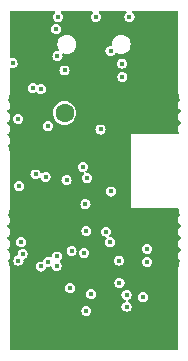
<source format=gbr>
%TF.GenerationSoftware,KiCad,Pcbnew,7.0.9*%
%TF.CreationDate,2024-04-04T21:50:02+13:00*%
%TF.ProjectId,panel,70616e65-6c2e-46b6-9963-61645f706362,rev?*%
%TF.SameCoordinates,Original*%
%TF.FileFunction,Copper,L3,Inr*%
%TF.FilePolarity,Positive*%
%FSLAX46Y46*%
G04 Gerber Fmt 4.6, Leading zero omitted, Abs format (unit mm)*
G04 Created by KiCad (PCBNEW 7.0.9) date 2024-04-04 21:50:02*
%MOMM*%
%LPD*%
G01*
G04 APERTURE LIST*
%TA.AperFunction,ComponentPad*%
%ADD10O,1.900000X3.500000*%
%TD*%
%TA.AperFunction,ComponentPad*%
%ADD11C,1.600000*%
%TD*%
%TA.AperFunction,ViaPad*%
%ADD12C,0.450000*%
%TD*%
G04 APERTURE END LIST*
D10*
%TO.N,Board_0-GND*%
%TO.C,J1*%
X142800000Y-23100000D03*
X154200000Y-23100000D03*
%TD*%
D11*
%TO.N,Board_0-Cap_V+*%
%TO.C,C3*%
X146000000Y-28900000D03*
%TO.N,Board_0-GND*%
X151000000Y-28900000D03*
%TD*%
D12*
%TO.N,Board_0-VBUS*%
X152650000Y-44500000D03*
X142100000Y-41400000D03*
X145300000Y-21800000D03*
X142150000Y-35100000D03*
%TO.N,Board_0-User_SW1*%
X149850000Y-39850000D03*
X150875000Y-24725000D03*
%TO.N,Board_0-User_LED3*%
X147650000Y-40750000D03*
X145450000Y-20750000D03*
%TO.N,Board_0-TXD*%
X153000000Y-40400000D03*
X147900000Y-34400000D03*
X151500000Y-20750000D03*
X144400000Y-34300000D03*
%TO.N,Board_0-RXD*%
X153000000Y-41500000D03*
X147550000Y-33450000D03*
X143550000Y-34100000D03*
X148650000Y-20750000D03*
%TO.N,Board_0-Net-(U6-V+)*%
X141600000Y-24700000D03*
X151250000Y-45300000D03*
%TO.N,Board_0-Net-(U6--)*%
X144000000Y-26900000D03*
%TO.N,Board_0-Net-(U5-~{CS})*%
X146490000Y-43720000D03*
%TO.N,Board_0-Net-(U4-VDD3P3)*%
X147775000Y-36625000D03*
%TO.N,Board_0-Net-(U1-VOUT)*%
X142080000Y-29400000D03*
%TO.N,Board_0-Net-(U1-RUN)*%
X145400000Y-24100000D03*
X144600000Y-30000000D03*
%TO.N,Board_0-Net-(R23-Pad1)*%
X146000000Y-25300000D03*
X151250000Y-44300000D03*
%TO.N,Board_0-GPIO9*%
X150650000Y-43300000D03*
%TO.N,Board_0-GPIO8*%
X148250000Y-44250000D03*
%TO.N,Board_0-GPIO2*%
X150600000Y-41400000D03*
%TO.N,Board_0-GND*%
X150874264Y-38800000D03*
X142600000Y-47000000D03*
X151400000Y-32400000D03*
X152500000Y-37200000D03*
X143675000Y-37625000D03*
X154200000Y-29600000D03*
X151400000Y-34000000D03*
X155100000Y-40500000D03*
X149600000Y-37600000D03*
X143675000Y-36625000D03*
X152300000Y-23450000D03*
X151400000Y-30700000D03*
X155400000Y-30400000D03*
X153500000Y-37200000D03*
X145675000Y-37625000D03*
X148575000Y-34825000D03*
X154000000Y-46700000D03*
X144675000Y-38625000D03*
X148100000Y-32900000D03*
X142800000Y-31800000D03*
X144675000Y-36625000D03*
X154500000Y-26000000D03*
X153950000Y-48300000D03*
X155100000Y-29000000D03*
X143675000Y-38625000D03*
X146700000Y-27800000D03*
X155100000Y-43500000D03*
X145675000Y-36625000D03*
X153600000Y-43000000D03*
X142600000Y-48000000D03*
X151400000Y-33200000D03*
X151550000Y-37200000D03*
X155100000Y-26500000D03*
X151400000Y-31550000D03*
X151400000Y-34700000D03*
X155200000Y-37200000D03*
X154100000Y-28700000D03*
X145675000Y-38625000D03*
X151400000Y-35350000D03*
X144675000Y-37625000D03*
X150500000Y-21900000D03*
X153250000Y-39000000D03*
X147150000Y-42100000D03*
X153100000Y-28500000D03*
X152300000Y-30400000D03*
X154200000Y-43450000D03*
X153800000Y-30400000D03*
X155000000Y-39000000D03*
X153600000Y-40000000D03*
X154100000Y-42000000D03*
%TO.N,Board_0-D0-*%
X143300000Y-26800000D03*
X147850000Y-45650000D03*
%TO.N,Board_0-Cap_V+*%
X149500000Y-38950000D03*
X149050000Y-30300000D03*
%TO.N,Board_0-A_VBUS*%
X150900000Y-25850000D03*
%TO.N,Board_0-ACC_SCK*%
X144600000Y-41500000D03*
%TO.N,Board_0-ACC_MOSI*%
X142450000Y-40850000D03*
%TO.N,Board_0-ACC_MISO*%
X144000000Y-41900000D03*
%TO.N,Board_0-ACC_INT2*%
X146600000Y-40600000D03*
%TO.N,Board_0-ACC_INT1*%
X145325000Y-41850000D03*
%TO.N,Board_0-+3V3*%
X149950000Y-35550000D03*
X145350000Y-41050000D03*
X142325000Y-39825000D03*
X146175000Y-34600000D03*
X149900000Y-23650000D03*
X147850000Y-38900000D03*
%TD*%
%TA.AperFunction,Conductor*%
%TO.N,Board_0-GND*%
G36*
X145166936Y-20269407D02*
G01*
X145202900Y-20318907D01*
X145202900Y-20380093D01*
X145178750Y-20419501D01*
X145101472Y-20496780D01*
X145101470Y-20496782D01*
X145040282Y-20616870D01*
X145040281Y-20616872D01*
X145019196Y-20749999D01*
X145019196Y-20750000D01*
X145040281Y-20883127D01*
X145040282Y-20883129D01*
X145101470Y-21003217D01*
X145101472Y-21003220D01*
X145196780Y-21098528D01*
X145316874Y-21159719D01*
X145450000Y-21180804D01*
X145583126Y-21159719D01*
X145703220Y-21098528D01*
X145798528Y-21003220D01*
X145859719Y-20883126D01*
X145880804Y-20750000D01*
X145859719Y-20616874D01*
X145798528Y-20496780D01*
X145721249Y-20419501D01*
X145693474Y-20364987D01*
X145703045Y-20304555D01*
X145746310Y-20261290D01*
X145791255Y-20250500D01*
X148308745Y-20250500D01*
X148366936Y-20269407D01*
X148402900Y-20318907D01*
X148402900Y-20380093D01*
X148378750Y-20419501D01*
X148301472Y-20496780D01*
X148301470Y-20496782D01*
X148240282Y-20616870D01*
X148240281Y-20616872D01*
X148219196Y-20749999D01*
X148219196Y-20750000D01*
X148240281Y-20883127D01*
X148240282Y-20883129D01*
X148301470Y-21003217D01*
X148301472Y-21003220D01*
X148396780Y-21098528D01*
X148516874Y-21159719D01*
X148650000Y-21180804D01*
X148783126Y-21159719D01*
X148903220Y-21098528D01*
X148998528Y-21003220D01*
X149059719Y-20883126D01*
X149080804Y-20750000D01*
X149059719Y-20616874D01*
X148998528Y-20496780D01*
X148921249Y-20419501D01*
X148893474Y-20364987D01*
X148903045Y-20304555D01*
X148946310Y-20261290D01*
X148991255Y-20250500D01*
X151158745Y-20250500D01*
X151216936Y-20269407D01*
X151252900Y-20318907D01*
X151252900Y-20380093D01*
X151228750Y-20419501D01*
X151151472Y-20496780D01*
X151151470Y-20496782D01*
X151090282Y-20616870D01*
X151090281Y-20616872D01*
X151069196Y-20749999D01*
X151069196Y-20750000D01*
X151090281Y-20883127D01*
X151090282Y-20883129D01*
X151151470Y-21003217D01*
X151151472Y-21003220D01*
X151246780Y-21098528D01*
X151366874Y-21159719D01*
X151500000Y-21180804D01*
X151633126Y-21159719D01*
X151753220Y-21098528D01*
X151848528Y-21003220D01*
X151909719Y-20883126D01*
X151930804Y-20750000D01*
X151909719Y-20616874D01*
X151848528Y-20496780D01*
X151771249Y-20419501D01*
X151743474Y-20364987D01*
X151753045Y-20304555D01*
X151796310Y-20261290D01*
X151841255Y-20250500D01*
X155550500Y-20250500D01*
X155608691Y-20269407D01*
X155644655Y-20318907D01*
X155649500Y-20349500D01*
X155649500Y-27205805D01*
X155649366Y-27209450D01*
X155648969Y-27214815D01*
X155649500Y-27236406D01*
X155649500Y-27262866D01*
X155649388Y-27262866D01*
X155649284Y-27271350D01*
X155649687Y-27271360D01*
X155649567Y-27276223D01*
X155650840Y-27293488D01*
X155650959Y-27295909D01*
X155651384Y-27313207D01*
X155651980Y-27318037D01*
X155651402Y-27318108D01*
X155652478Y-27332684D01*
X155653059Y-27332670D01*
X155653177Y-27337530D01*
X155655298Y-27354726D01*
X155655535Y-27357138D01*
X155656807Y-27374378D01*
X155657639Y-27379168D01*
X155657063Y-27379267D01*
X155658853Y-27393770D01*
X155659435Y-27393728D01*
X155659793Y-27398575D01*
X155659793Y-27398578D01*
X155661198Y-27406679D01*
X155662752Y-27415636D01*
X155663108Y-27418036D01*
X155665226Y-27435213D01*
X155666292Y-27439957D01*
X155665724Y-27440084D01*
X155668224Y-27454485D01*
X155668799Y-27454415D01*
X155669393Y-27459233D01*
X155673190Y-27476141D01*
X155673664Y-27478523D01*
X155676619Y-27495561D01*
X155677916Y-27500244D01*
X155677354Y-27500399D01*
X155680556Y-27514654D01*
X155681129Y-27514555D01*
X155681960Y-27519344D01*
X155686578Y-27536032D01*
X155687168Y-27538386D01*
X155690960Y-27555270D01*
X155692484Y-27559882D01*
X155691930Y-27560064D01*
X155695829Y-27574150D01*
X155696397Y-27574023D01*
X155697463Y-27578769D01*
X155702892Y-27595204D01*
X155703595Y-27597524D01*
X155708213Y-27614208D01*
X155709964Y-27618747D01*
X155709417Y-27618957D01*
X155714000Y-27632824D01*
X155714563Y-27632669D01*
X155715859Y-27637350D01*
X155715860Y-27637353D01*
X155715861Y-27637357D01*
X155720619Y-27649691D01*
X155722083Y-27653486D01*
X155722901Y-27655773D01*
X155728337Y-27672229D01*
X155730309Y-27676677D01*
X155729775Y-27676913D01*
X155735032Y-27690539D01*
X155735587Y-27690356D01*
X155737112Y-27694973D01*
X155744123Y-27710790D01*
X155745053Y-27713036D01*
X155751286Y-27729194D01*
X155753473Y-27733539D01*
X155752951Y-27733801D01*
X155758869Y-27747147D01*
X155759413Y-27746938D01*
X155761162Y-27751474D01*
X155766182Y-27761445D01*
X155775458Y-27821923D01*
X155747415Y-27876304D01*
X155742586Y-27880778D01*
X155717855Y-27902207D01*
X155640049Y-28023276D01*
X155640046Y-28023283D01*
X155599500Y-28161369D01*
X155599500Y-28305298D01*
X155640046Y-28443384D01*
X155640049Y-28443391D01*
X155717856Y-28564461D01*
X155717858Y-28564463D01*
X155826400Y-28658515D01*
X155857996Y-28710910D01*
X155852760Y-28771871D01*
X155826400Y-28808153D01*
X155717858Y-28902204D01*
X155717856Y-28902206D01*
X155640049Y-29023276D01*
X155640046Y-29023283D01*
X155599500Y-29161369D01*
X155599500Y-29305298D01*
X155640046Y-29443384D01*
X155640049Y-29443391D01*
X155717856Y-29564461D01*
X155717858Y-29564463D01*
X155826400Y-29658515D01*
X155857996Y-29710910D01*
X155852760Y-29771871D01*
X155826400Y-29808153D01*
X155717858Y-29902204D01*
X155717856Y-29902206D01*
X155640049Y-30023276D01*
X155640046Y-30023283D01*
X155599500Y-30161369D01*
X155599500Y-30305298D01*
X155640046Y-30443384D01*
X155640049Y-30443391D01*
X155674808Y-30497477D01*
X155690363Y-30556652D01*
X155668164Y-30613668D01*
X155616691Y-30646748D01*
X155591524Y-30650000D01*
X151650000Y-30650000D01*
X151650000Y-36950000D01*
X155552415Y-36950000D01*
X155610606Y-36968907D01*
X155646570Y-37018407D01*
X155650561Y-37041749D01*
X155650790Y-37041721D01*
X155651980Y-37051371D01*
X155651401Y-37051442D01*
X155652476Y-37066006D01*
X155653058Y-37065992D01*
X155653178Y-37070859D01*
X155655294Y-37088023D01*
X155655297Y-37088043D01*
X155655534Y-37090455D01*
X155656808Y-37107719D01*
X155657639Y-37112507D01*
X155657063Y-37112606D01*
X155658853Y-37127103D01*
X155659435Y-37127061D01*
X155659793Y-37131908D01*
X155659793Y-37131911D01*
X155661198Y-37140012D01*
X155662752Y-37148969D01*
X155663108Y-37151369D01*
X155665226Y-37168546D01*
X155666292Y-37173290D01*
X155665724Y-37173417D01*
X155668224Y-37187818D01*
X155668799Y-37187748D01*
X155669393Y-37192566D01*
X155673190Y-37209474D01*
X155673664Y-37211856D01*
X155676619Y-37228894D01*
X155677916Y-37233577D01*
X155677354Y-37233732D01*
X155680554Y-37247982D01*
X155681129Y-37247883D01*
X155681961Y-37252680D01*
X155686577Y-37269361D01*
X155687166Y-37271713D01*
X155690960Y-37288602D01*
X155692487Y-37293224D01*
X155691933Y-37293406D01*
X155695831Y-37307487D01*
X155696398Y-37307360D01*
X155697464Y-37312107D01*
X155702893Y-37328542D01*
X155703598Y-37330865D01*
X155708213Y-37347542D01*
X155709961Y-37352074D01*
X155709415Y-37352284D01*
X155714001Y-37366165D01*
X155714564Y-37366010D01*
X155715859Y-37370691D01*
X155722087Y-37386835D01*
X155722905Y-37389121D01*
X155728338Y-37405565D01*
X155730309Y-37410012D01*
X155729774Y-37410249D01*
X155735028Y-37423867D01*
X155735585Y-37423684D01*
X155737109Y-37428297D01*
X155737111Y-37428304D01*
X155743223Y-37442094D01*
X155744127Y-37444132D01*
X155745055Y-37446373D01*
X155751286Y-37462525D01*
X155753474Y-37466871D01*
X155752951Y-37467134D01*
X155758872Y-37480488D01*
X155759416Y-37480279D01*
X155761164Y-37484813D01*
X155766182Y-37494781D01*
X155775457Y-37555259D01*
X155747412Y-37609639D01*
X155742586Y-37614110D01*
X155717856Y-37635539D01*
X155717854Y-37635542D01*
X155640049Y-37756608D01*
X155640046Y-37756615D01*
X155599500Y-37894701D01*
X155599500Y-38038630D01*
X155640046Y-38176716D01*
X155640049Y-38176723D01*
X155717856Y-38297793D01*
X155717858Y-38297795D01*
X155826400Y-38391847D01*
X155857996Y-38444242D01*
X155852760Y-38505203D01*
X155826400Y-38541485D01*
X155717858Y-38635536D01*
X155717856Y-38635538D01*
X155640049Y-38756608D01*
X155640046Y-38756615D01*
X155599500Y-38894701D01*
X155599500Y-39038630D01*
X155640046Y-39176716D01*
X155640049Y-39176723D01*
X155717856Y-39297793D01*
X155717858Y-39297795D01*
X155826400Y-39391847D01*
X155857996Y-39444242D01*
X155852760Y-39505203D01*
X155826400Y-39541485D01*
X155717858Y-39635536D01*
X155717856Y-39635538D01*
X155640049Y-39756608D01*
X155640046Y-39756615D01*
X155599500Y-39894701D01*
X155599500Y-40038630D01*
X155640046Y-40176716D01*
X155640049Y-40176723D01*
X155717856Y-40297793D01*
X155717858Y-40297795D01*
X155826400Y-40391847D01*
X155857996Y-40444242D01*
X155852760Y-40505203D01*
X155826400Y-40541485D01*
X155717858Y-40635536D01*
X155717856Y-40635538D01*
X155640049Y-40756608D01*
X155640046Y-40756615D01*
X155599500Y-40894701D01*
X155599500Y-41038630D01*
X155640046Y-41176716D01*
X155640049Y-41176723D01*
X155717856Y-41297793D01*
X155742585Y-41319221D01*
X155774180Y-41371617D01*
X155768944Y-41432578D01*
X155766185Y-41438546D01*
X155761165Y-41448519D01*
X155759414Y-41453060D01*
X155758872Y-41452850D01*
X155752951Y-41466209D01*
X155753469Y-41466470D01*
X155751284Y-41470808D01*
X155745055Y-41486958D01*
X155744127Y-41489199D01*
X155737114Y-41505020D01*
X155735588Y-41509641D01*
X155735033Y-41509457D01*
X155729776Y-41523089D01*
X155730308Y-41523325D01*
X155728337Y-41527770D01*
X155722904Y-41544214D01*
X155722088Y-41546496D01*
X155715862Y-41562636D01*
X155714564Y-41567327D01*
X155714001Y-41567171D01*
X155709420Y-41581038D01*
X155709965Y-41581249D01*
X155708212Y-41585793D01*
X155703593Y-41602478D01*
X155702890Y-41604795D01*
X155697464Y-41621225D01*
X155696399Y-41625968D01*
X155695831Y-41625840D01*
X155691932Y-41639929D01*
X155692485Y-41640112D01*
X155690958Y-41644734D01*
X155687167Y-41661611D01*
X155686579Y-41663958D01*
X155681962Y-41680648D01*
X155681129Y-41685450D01*
X155680555Y-41685350D01*
X155677356Y-41699602D01*
X155677916Y-41699757D01*
X155676618Y-41704445D01*
X155673661Y-41721484D01*
X155673188Y-41723860D01*
X155669394Y-41740761D01*
X155668799Y-41745586D01*
X155668225Y-41745515D01*
X155665727Y-41759912D01*
X155666292Y-41760039D01*
X155665227Y-41764779D01*
X155663108Y-41781964D01*
X155662751Y-41784364D01*
X155659793Y-41801413D01*
X155659436Y-41806262D01*
X155658854Y-41806219D01*
X155657064Y-41820728D01*
X155657639Y-41820828D01*
X155656807Y-41825616D01*
X155655535Y-41842862D01*
X155655298Y-41845273D01*
X155653177Y-41862476D01*
X155653059Y-41867330D01*
X155652479Y-41867315D01*
X155651405Y-41881897D01*
X155651979Y-41881968D01*
X155651384Y-41886787D01*
X155650959Y-41904089D01*
X155650840Y-41906510D01*
X155649567Y-41923775D01*
X155649687Y-41928642D01*
X155649283Y-41928651D01*
X155649388Y-41937134D01*
X155649500Y-41937134D01*
X155649500Y-41963592D01*
X155648969Y-41985186D01*
X155649366Y-41990552D01*
X155649500Y-41994197D01*
X155649500Y-48850500D01*
X155630593Y-48908691D01*
X155581093Y-48944655D01*
X155550500Y-48949500D01*
X141449500Y-48949500D01*
X141391309Y-48930593D01*
X141355345Y-48881093D01*
X141350500Y-48850500D01*
X141350500Y-45650000D01*
X147419196Y-45650000D01*
X147440281Y-45783127D01*
X147440282Y-45783129D01*
X147501470Y-45903217D01*
X147501472Y-45903220D01*
X147596780Y-45998528D01*
X147716874Y-46059719D01*
X147850000Y-46080804D01*
X147983126Y-46059719D01*
X148103220Y-45998528D01*
X148198528Y-45903220D01*
X148259719Y-45783126D01*
X148280804Y-45650000D01*
X148259719Y-45516874D01*
X148198528Y-45396780D01*
X148103220Y-45301472D01*
X148103217Y-45301470D01*
X148100332Y-45300000D01*
X150819196Y-45300000D01*
X150840281Y-45433127D01*
X150840282Y-45433129D01*
X150901470Y-45553217D01*
X150901472Y-45553220D01*
X150996780Y-45648528D01*
X151116874Y-45709719D01*
X151250000Y-45730804D01*
X151383126Y-45709719D01*
X151503220Y-45648528D01*
X151598528Y-45553220D01*
X151659719Y-45433126D01*
X151680804Y-45300000D01*
X151659719Y-45166874D01*
X151598528Y-45046780D01*
X151503220Y-44951472D01*
X151503217Y-44951470D01*
X151379061Y-44888209D01*
X151335796Y-44844945D01*
X151326225Y-44784513D01*
X151354003Y-44729996D01*
X151379061Y-44711791D01*
X151481260Y-44659717D01*
X151503220Y-44648528D01*
X151598528Y-44553220D01*
X151625645Y-44500000D01*
X152219196Y-44500000D01*
X152240281Y-44633127D01*
X152240282Y-44633129D01*
X152290050Y-44730804D01*
X152301472Y-44753220D01*
X152396780Y-44848528D01*
X152516874Y-44909719D01*
X152650000Y-44930804D01*
X152783126Y-44909719D01*
X152903220Y-44848528D01*
X152998528Y-44753220D01*
X153059719Y-44633126D01*
X153080804Y-44500000D01*
X153059719Y-44366874D01*
X152998528Y-44246780D01*
X152903220Y-44151472D01*
X152903217Y-44151470D01*
X152783129Y-44090282D01*
X152783127Y-44090281D01*
X152650000Y-44069196D01*
X152516872Y-44090281D01*
X152516870Y-44090282D01*
X152396782Y-44151470D01*
X152301470Y-44246782D01*
X152240282Y-44366870D01*
X152240281Y-44366872D01*
X152219196Y-44499999D01*
X152219196Y-44500000D01*
X151625645Y-44500000D01*
X151659719Y-44433126D01*
X151680804Y-44300000D01*
X151659719Y-44166874D01*
X151598528Y-44046780D01*
X151503220Y-43951472D01*
X151503217Y-43951470D01*
X151383129Y-43890282D01*
X151383127Y-43890281D01*
X151250000Y-43869196D01*
X151116872Y-43890281D01*
X151116870Y-43890282D01*
X150996782Y-43951470D01*
X150901470Y-44046782D01*
X150840282Y-44166870D01*
X150840281Y-44166872D01*
X150819196Y-44299999D01*
X150819196Y-44300000D01*
X150840281Y-44433127D01*
X150840282Y-44433129D01*
X150901470Y-44553217D01*
X150901472Y-44553220D01*
X150996780Y-44648528D01*
X151018740Y-44659717D01*
X151120939Y-44711791D01*
X151164203Y-44755056D01*
X151173774Y-44815488D01*
X151145996Y-44870004D01*
X151120939Y-44888209D01*
X150996781Y-44951471D01*
X150901470Y-45046782D01*
X150840282Y-45166870D01*
X150840281Y-45166872D01*
X150819196Y-45299999D01*
X150819196Y-45300000D01*
X148100332Y-45300000D01*
X147983129Y-45240282D01*
X147983127Y-45240281D01*
X147850000Y-45219196D01*
X147716872Y-45240281D01*
X147716870Y-45240282D01*
X147596782Y-45301470D01*
X147501470Y-45396782D01*
X147440282Y-45516870D01*
X147440281Y-45516872D01*
X147419196Y-45649999D01*
X147419196Y-45650000D01*
X141350500Y-45650000D01*
X141350500Y-44250000D01*
X147819196Y-44250000D01*
X147840281Y-44383127D01*
X147840282Y-44383129D01*
X147899831Y-44500000D01*
X147901472Y-44503220D01*
X147996780Y-44598528D01*
X148116874Y-44659719D01*
X148250000Y-44680804D01*
X148383126Y-44659719D01*
X148503220Y-44598528D01*
X148598528Y-44503220D01*
X148659719Y-44383126D01*
X148680804Y-44250000D01*
X148659719Y-44116874D01*
X148598528Y-43996780D01*
X148503220Y-43901472D01*
X148503217Y-43901470D01*
X148383129Y-43840282D01*
X148383127Y-43840281D01*
X148250000Y-43819196D01*
X148116872Y-43840281D01*
X148116870Y-43840282D01*
X147996782Y-43901470D01*
X147901470Y-43996782D01*
X147840282Y-44116870D01*
X147840281Y-44116872D01*
X147819196Y-44249999D01*
X147819196Y-44250000D01*
X141350500Y-44250000D01*
X141350500Y-43720000D01*
X146059196Y-43720000D01*
X146080281Y-43853127D01*
X146080282Y-43853129D01*
X146141470Y-43973217D01*
X146141472Y-43973220D01*
X146236780Y-44068528D01*
X146356874Y-44129719D01*
X146490000Y-44150804D01*
X146623126Y-44129719D01*
X146743220Y-44068528D01*
X146838528Y-43973220D01*
X146899719Y-43853126D01*
X146920804Y-43720000D01*
X146919175Y-43709718D01*
X146909484Y-43648528D01*
X146899719Y-43586874D01*
X146838528Y-43466780D01*
X146743220Y-43371472D01*
X146743217Y-43371470D01*
X146623129Y-43310282D01*
X146623127Y-43310281D01*
X146558215Y-43300000D01*
X150219196Y-43300000D01*
X150240281Y-43433127D01*
X150240282Y-43433129D01*
X150301470Y-43553217D01*
X150301472Y-43553220D01*
X150396780Y-43648528D01*
X150516874Y-43709719D01*
X150650000Y-43730804D01*
X150783126Y-43709719D01*
X150903220Y-43648528D01*
X150998528Y-43553220D01*
X151059719Y-43433126D01*
X151080804Y-43300000D01*
X151059719Y-43166874D01*
X150998528Y-43046780D01*
X150903220Y-42951472D01*
X150903217Y-42951470D01*
X150783129Y-42890282D01*
X150783127Y-42890281D01*
X150650000Y-42869196D01*
X150516872Y-42890281D01*
X150516870Y-42890282D01*
X150396782Y-42951470D01*
X150301470Y-43046782D01*
X150240282Y-43166870D01*
X150240281Y-43166872D01*
X150219196Y-43299999D01*
X150219196Y-43300000D01*
X146558215Y-43300000D01*
X146490000Y-43289196D01*
X146356872Y-43310281D01*
X146356870Y-43310282D01*
X146236782Y-43371470D01*
X146141470Y-43466782D01*
X146080282Y-43586870D01*
X146080281Y-43586872D01*
X146059196Y-43719999D01*
X146059196Y-43720000D01*
X141350500Y-43720000D01*
X141350500Y-41994193D01*
X141350634Y-41990548D01*
X141351030Y-41985182D01*
X141350651Y-41969728D01*
X141350500Y-41963595D01*
X141350500Y-41941991D01*
X141350500Y-41937122D01*
X141350616Y-41937122D01*
X141350720Y-41928647D01*
X141350312Y-41928637D01*
X141350431Y-41923779D01*
X141350431Y-41923775D01*
X141349155Y-41906492D01*
X141349039Y-41904139D01*
X141348938Y-41900000D01*
X143569196Y-41900000D01*
X143590281Y-42033127D01*
X143590282Y-42033129D01*
X143651470Y-42153217D01*
X143651472Y-42153220D01*
X143746780Y-42248528D01*
X143866874Y-42309719D01*
X144000000Y-42330804D01*
X144133126Y-42309719D01*
X144253220Y-42248528D01*
X144348528Y-42153220D01*
X144409719Y-42033126D01*
X144414698Y-42001688D01*
X144442475Y-41947172D01*
X144496991Y-41919394D01*
X144527960Y-41919394D01*
X144600000Y-41930804D01*
X144733126Y-41909719D01*
X144769512Y-41891179D01*
X144829940Y-41881607D01*
X144884457Y-41909384D01*
X144912236Y-41963900D01*
X144912236Y-41963901D01*
X144915281Y-41983127D01*
X144915282Y-41983129D01*
X144976470Y-42103217D01*
X144976472Y-42103220D01*
X145071780Y-42198528D01*
X145191874Y-42259719D01*
X145325000Y-42280804D01*
X145458126Y-42259719D01*
X145578220Y-42198528D01*
X145673528Y-42103220D01*
X145734719Y-41983126D01*
X145755804Y-41850000D01*
X145755061Y-41845312D01*
X145751184Y-41820828D01*
X145734719Y-41716874D01*
X145673528Y-41596780D01*
X145609249Y-41532501D01*
X145581474Y-41477987D01*
X145591045Y-41417555D01*
X145603799Y-41400000D01*
X150169196Y-41400000D01*
X150190281Y-41533127D01*
X150190282Y-41533129D01*
X150251470Y-41653217D01*
X150251472Y-41653220D01*
X150346780Y-41748528D01*
X150346782Y-41748529D01*
X150462750Y-41807618D01*
X150466874Y-41809719D01*
X150600000Y-41830804D01*
X150733126Y-41809719D01*
X150853220Y-41748528D01*
X150948528Y-41653220D01*
X151009719Y-41533126D01*
X151014966Y-41500000D01*
X152569196Y-41500000D01*
X152590281Y-41633127D01*
X152590282Y-41633129D01*
X152649377Y-41749109D01*
X152651472Y-41753220D01*
X152746780Y-41848528D01*
X152746782Y-41848529D01*
X152866216Y-41909384D01*
X152866874Y-41909719D01*
X153000000Y-41930804D01*
X153133126Y-41909719D01*
X153253220Y-41848528D01*
X153348528Y-41753220D01*
X153409719Y-41633126D01*
X153430804Y-41500000D01*
X153427317Y-41477987D01*
X153425004Y-41463380D01*
X153409719Y-41366874D01*
X153409718Y-41366872D01*
X153409717Y-41366870D01*
X153348529Y-41246782D01*
X153348528Y-41246780D01*
X153253220Y-41151472D01*
X153253217Y-41151470D01*
X153133129Y-41090282D01*
X153133127Y-41090281D01*
X153000000Y-41069196D01*
X152866872Y-41090281D01*
X152866870Y-41090282D01*
X152746782Y-41151470D01*
X152651470Y-41246782D01*
X152590282Y-41366870D01*
X152590281Y-41366872D01*
X152569196Y-41499999D01*
X152569196Y-41500000D01*
X151014966Y-41500000D01*
X151030804Y-41400000D01*
X151030669Y-41399150D01*
X151018010Y-41319221D01*
X151009719Y-41266874D01*
X150948528Y-41146780D01*
X150853220Y-41051472D01*
X150853217Y-41051470D01*
X150733129Y-40990282D01*
X150733127Y-40990281D01*
X150600000Y-40969196D01*
X150466872Y-40990281D01*
X150466870Y-40990282D01*
X150346782Y-41051470D01*
X150251470Y-41146782D01*
X150190282Y-41266870D01*
X150190281Y-41266872D01*
X150169196Y-41399999D01*
X150169196Y-41400000D01*
X145603799Y-41400000D01*
X145609248Y-41392499D01*
X145698528Y-41303220D01*
X145759719Y-41183126D01*
X145780804Y-41050000D01*
X145759719Y-40916874D01*
X145698528Y-40796780D01*
X145603220Y-40701472D01*
X145603217Y-40701470D01*
X145483129Y-40640282D01*
X145483127Y-40640281D01*
X145350000Y-40619196D01*
X145216872Y-40640281D01*
X145216870Y-40640282D01*
X145096782Y-40701470D01*
X145001470Y-40796782D01*
X144940282Y-40916870D01*
X144940281Y-40916872D01*
X144920713Y-41040417D01*
X144892935Y-41094933D01*
X144838418Y-41122710D01*
X144777987Y-41113139D01*
X144758514Y-41103217D01*
X144733126Y-41090281D01*
X144600000Y-41069196D01*
X144466872Y-41090281D01*
X144466870Y-41090282D01*
X144346782Y-41151470D01*
X144251470Y-41246782D01*
X144190282Y-41366870D01*
X144190281Y-41366871D01*
X144185301Y-41398313D01*
X144157522Y-41452829D01*
X144103005Y-41480606D01*
X144072033Y-41480605D01*
X144000000Y-41469196D01*
X143866872Y-41490281D01*
X143866870Y-41490282D01*
X143746782Y-41551470D01*
X143651470Y-41646782D01*
X143590282Y-41766870D01*
X143590281Y-41766872D01*
X143569196Y-41899999D01*
X143569196Y-41900000D01*
X141348938Y-41900000D01*
X141348614Y-41886781D01*
X141348612Y-41886774D01*
X141348018Y-41881953D01*
X141348603Y-41881880D01*
X141347529Y-41867317D01*
X141346939Y-41867332D01*
X141346820Y-41862473D01*
X141346107Y-41856690D01*
X141344699Y-41845273D01*
X141344465Y-41842893D01*
X141343190Y-41825616D01*
X141343190Y-41825612D01*
X141343188Y-41825605D01*
X141342358Y-41820821D01*
X141342940Y-41820719D01*
X141341154Y-41806237D01*
X141340565Y-41806281D01*
X141340206Y-41801429D01*
X141340207Y-41801422D01*
X141337246Y-41784361D01*
X141336890Y-41781961D01*
X141334772Y-41764784D01*
X141334767Y-41764771D01*
X141333704Y-41760028D01*
X141334278Y-41759899D01*
X141331783Y-41745521D01*
X141331201Y-41745593D01*
X141330606Y-41740772D01*
X141330605Y-41740767D01*
X141330605Y-41740765D01*
X141326805Y-41723847D01*
X141326336Y-41721483D01*
X141323379Y-41704440D01*
X141322083Y-41699754D01*
X141322649Y-41699597D01*
X141319448Y-41685341D01*
X141318868Y-41685442D01*
X141318038Y-41680659D01*
X141318038Y-41680653D01*
X141313409Y-41663928D01*
X141312830Y-41661614D01*
X141310945Y-41653220D01*
X141309038Y-41644726D01*
X141309034Y-41644717D01*
X141307513Y-41640112D01*
X141308070Y-41639927D01*
X141304176Y-41625847D01*
X141303602Y-41625977D01*
X141302537Y-41621234D01*
X141297106Y-41604792D01*
X141296400Y-41602465D01*
X141291786Y-41585792D01*
X141291785Y-41585788D01*
X141291782Y-41585783D01*
X141290036Y-41581255D01*
X141290583Y-41581043D01*
X141286002Y-41567170D01*
X141285434Y-41567328D01*
X141284136Y-41562636D01*
X141277910Y-41546495D01*
X141277090Y-41544206D01*
X141273224Y-41532504D01*
X141271661Y-41527771D01*
X141271660Y-41527769D01*
X141269690Y-41523324D01*
X141270226Y-41523086D01*
X141264971Y-41509460D01*
X141264412Y-41509645D01*
X141262888Y-41505032D01*
X141262887Y-41505026D01*
X141255868Y-41489191D01*
X141254960Y-41487002D01*
X141248713Y-41470806D01*
X141248710Y-41470802D01*
X141246527Y-41466463D01*
X141247051Y-41466198D01*
X141241134Y-41452848D01*
X141240586Y-41453060D01*
X141238836Y-41448525D01*
X141238836Y-41448524D01*
X141233818Y-41438556D01*
X141227903Y-41400000D01*
X141669196Y-41400000D01*
X141690281Y-41533127D01*
X141690282Y-41533129D01*
X141751470Y-41653217D01*
X141751472Y-41653220D01*
X141846780Y-41748528D01*
X141846782Y-41748529D01*
X141962750Y-41807618D01*
X141966874Y-41809719D01*
X142100000Y-41830804D01*
X142233126Y-41809719D01*
X142353220Y-41748528D01*
X142448528Y-41653220D01*
X142509719Y-41533126D01*
X142530804Y-41400000D01*
X142525403Y-41365904D01*
X142534973Y-41305475D01*
X142578237Y-41262210D01*
X142578239Y-41262208D01*
X142583122Y-41259719D01*
X142583126Y-41259719D01*
X142703220Y-41198528D01*
X142798528Y-41103220D01*
X142859719Y-40983126D01*
X142880804Y-40850000D01*
X142859719Y-40716874D01*
X142800169Y-40600000D01*
X146169196Y-40600000D01*
X146190281Y-40733127D01*
X146190282Y-40733129D01*
X146249831Y-40850000D01*
X146251472Y-40853220D01*
X146346780Y-40948528D01*
X146466874Y-41009719D01*
X146600000Y-41030804D01*
X146733126Y-41009719D01*
X146853220Y-40948528D01*
X146948528Y-40853220D01*
X147001121Y-40750000D01*
X147219196Y-40750000D01*
X147240281Y-40883127D01*
X147240282Y-40883129D01*
X147301470Y-41003217D01*
X147301472Y-41003220D01*
X147396780Y-41098528D01*
X147516874Y-41159719D01*
X147650000Y-41180804D01*
X147783126Y-41159719D01*
X147903220Y-41098528D01*
X147998528Y-41003220D01*
X148059719Y-40883126D01*
X148080804Y-40750000D01*
X148059719Y-40616874D01*
X147998528Y-40496780D01*
X147903220Y-40401472D01*
X147903217Y-40401470D01*
X147900332Y-40400000D01*
X152569196Y-40400000D01*
X152590281Y-40533127D01*
X152590282Y-40533129D01*
X152651470Y-40653217D01*
X152651472Y-40653220D01*
X152746780Y-40748528D01*
X152866874Y-40809719D01*
X153000000Y-40830804D01*
X153133126Y-40809719D01*
X153253220Y-40748528D01*
X153348528Y-40653220D01*
X153409719Y-40533126D01*
X153430804Y-40400000D01*
X153409719Y-40266874D01*
X153348528Y-40146780D01*
X153253220Y-40051472D01*
X153253217Y-40051470D01*
X153133129Y-39990282D01*
X153133127Y-39990281D01*
X153000000Y-39969196D01*
X152866872Y-39990281D01*
X152866870Y-39990282D01*
X152746782Y-40051470D01*
X152651470Y-40146782D01*
X152590282Y-40266870D01*
X152590281Y-40266872D01*
X152569196Y-40399999D01*
X152569196Y-40400000D01*
X147900332Y-40400000D01*
X147783129Y-40340282D01*
X147783127Y-40340281D01*
X147650000Y-40319196D01*
X147516872Y-40340281D01*
X147516870Y-40340282D01*
X147396782Y-40401470D01*
X147301470Y-40496782D01*
X147240282Y-40616870D01*
X147240281Y-40616872D01*
X147219196Y-40749999D01*
X147219196Y-40750000D01*
X147001121Y-40750000D01*
X147009719Y-40733126D01*
X147030804Y-40600000D01*
X147009719Y-40466874D01*
X146948528Y-40346780D01*
X146853220Y-40251472D01*
X146853217Y-40251470D01*
X146733129Y-40190282D01*
X146733127Y-40190281D01*
X146600000Y-40169196D01*
X146466872Y-40190281D01*
X146466870Y-40190282D01*
X146346782Y-40251470D01*
X146251470Y-40346782D01*
X146190282Y-40466870D01*
X146190281Y-40466872D01*
X146169196Y-40599999D01*
X146169196Y-40600000D01*
X142800169Y-40600000D01*
X142798528Y-40596780D01*
X142703220Y-40501472D01*
X142703217Y-40501470D01*
X142583129Y-40440282D01*
X142583127Y-40440281D01*
X142480938Y-40424096D01*
X142426421Y-40396319D01*
X142398644Y-40341802D01*
X142408215Y-40281370D01*
X142451480Y-40238106D01*
X142571949Y-40176723D01*
X142578220Y-40173528D01*
X142673528Y-40078220D01*
X142734719Y-39958126D01*
X142755804Y-39825000D01*
X142734719Y-39691874D01*
X142673528Y-39571780D01*
X142578220Y-39476472D01*
X142578217Y-39476470D01*
X142458129Y-39415282D01*
X142458127Y-39415281D01*
X142325000Y-39394196D01*
X142191872Y-39415281D01*
X142191870Y-39415282D01*
X142071782Y-39476470D01*
X141976470Y-39571782D01*
X141915282Y-39691870D01*
X141915281Y-39691872D01*
X141894196Y-39824999D01*
X141894196Y-39825000D01*
X141915281Y-39958127D01*
X141915282Y-39958129D01*
X141962842Y-40051470D01*
X141976472Y-40078220D01*
X142071780Y-40173528D01*
X142191874Y-40234719D01*
X142294061Y-40250903D01*
X142348577Y-40278680D01*
X142376355Y-40333196D01*
X142366784Y-40393628D01*
X142323520Y-40436893D01*
X142196781Y-40501471D01*
X142101470Y-40596782D01*
X142040282Y-40716870D01*
X142040281Y-40716872D01*
X142019196Y-40849998D01*
X142019196Y-40850004D01*
X142024595Y-40884096D01*
X142015023Y-40944528D01*
X141971760Y-40987790D01*
X141846781Y-41051471D01*
X141751470Y-41146782D01*
X141690282Y-41266870D01*
X141690281Y-41266872D01*
X141669196Y-41399999D01*
X141669196Y-41400000D01*
X141227903Y-41400000D01*
X141224540Y-41378078D01*
X141252582Y-41323697D01*
X141257414Y-41319221D01*
X141282143Y-41297794D01*
X141359953Y-41176719D01*
X141400500Y-41038627D01*
X141400500Y-40894705D01*
X141397100Y-40883127D01*
X141387373Y-40849998D01*
X141359953Y-40756613D01*
X141355703Y-40750000D01*
X141282144Y-40635539D01*
X141260601Y-40616872D01*
X141173597Y-40541483D01*
X141142003Y-40489090D01*
X141147238Y-40428129D01*
X141173596Y-40391849D01*
X141282143Y-40297794D01*
X141359953Y-40176719D01*
X141400500Y-40038627D01*
X141400500Y-39894705D01*
X141359953Y-39756613D01*
X141359950Y-39756608D01*
X141282144Y-39635539D01*
X141282141Y-39635536D01*
X141173597Y-39541483D01*
X141142003Y-39489090D01*
X141147238Y-39428129D01*
X141173596Y-39391849D01*
X141282143Y-39297794D01*
X141359953Y-39176719D01*
X141400500Y-39038627D01*
X141400500Y-38900000D01*
X147419196Y-38900000D01*
X147440281Y-39033127D01*
X147440282Y-39033129D01*
X147501470Y-39153217D01*
X147501472Y-39153220D01*
X147596780Y-39248528D01*
X147716874Y-39309719D01*
X147850000Y-39330804D01*
X147983126Y-39309719D01*
X148103220Y-39248528D01*
X148198528Y-39153220D01*
X148259719Y-39033126D01*
X148272885Y-38950000D01*
X149069196Y-38950000D01*
X149090281Y-39083127D01*
X149090282Y-39083129D01*
X149137969Y-39176719D01*
X149151472Y-39203220D01*
X149246780Y-39298528D01*
X149366874Y-39359719D01*
X149495811Y-39380140D01*
X149550326Y-39407917D01*
X149578104Y-39462434D01*
X149568533Y-39522866D01*
X149550327Y-39547924D01*
X149501473Y-39596778D01*
X149501470Y-39596782D01*
X149440282Y-39716870D01*
X149440281Y-39716872D01*
X149419196Y-39849999D01*
X149419196Y-39850000D01*
X149440281Y-39983127D01*
X149440282Y-39983129D01*
X149501470Y-40103217D01*
X149501472Y-40103220D01*
X149596780Y-40198528D01*
X149716874Y-40259719D01*
X149850000Y-40280804D01*
X149983126Y-40259719D01*
X150103220Y-40198528D01*
X150198528Y-40103220D01*
X150259719Y-39983126D01*
X150280804Y-39850000D01*
X150259719Y-39716874D01*
X150198528Y-39596780D01*
X150103220Y-39501472D01*
X150103217Y-39501470D01*
X149983129Y-39440282D01*
X149983127Y-39440281D01*
X149854189Y-39419859D01*
X149799672Y-39392081D01*
X149771895Y-39337565D01*
X149781467Y-39277133D01*
X149799670Y-39252077D01*
X149848528Y-39203220D01*
X149909719Y-39083126D01*
X149930804Y-38950000D01*
X149909719Y-38816874D01*
X149848528Y-38696780D01*
X149753220Y-38601472D01*
X149753217Y-38601470D01*
X149633129Y-38540282D01*
X149633127Y-38540281D01*
X149500000Y-38519196D01*
X149366872Y-38540281D01*
X149366870Y-38540282D01*
X149246782Y-38601470D01*
X149151470Y-38696782D01*
X149090282Y-38816870D01*
X149090281Y-38816872D01*
X149069196Y-38949999D01*
X149069196Y-38950000D01*
X148272885Y-38950000D01*
X148280804Y-38900000D01*
X148259719Y-38766874D01*
X148198528Y-38646780D01*
X148103220Y-38551472D01*
X148103217Y-38551470D01*
X147983129Y-38490282D01*
X147983127Y-38490281D01*
X147850000Y-38469196D01*
X147716872Y-38490281D01*
X147716870Y-38490282D01*
X147596782Y-38551470D01*
X147501470Y-38646782D01*
X147440282Y-38766870D01*
X147440281Y-38766872D01*
X147419196Y-38899999D01*
X147419196Y-38900000D01*
X141400500Y-38900000D01*
X141400500Y-38894705D01*
X141359953Y-38756613D01*
X141282143Y-38635538D01*
X141173597Y-38541483D01*
X141142003Y-38489090D01*
X141147238Y-38428129D01*
X141173596Y-38391849D01*
X141282143Y-38297794D01*
X141359953Y-38176719D01*
X141400500Y-38038627D01*
X141400500Y-37894705D01*
X141359953Y-37756613D01*
X141326032Y-37703830D01*
X141282144Y-37635539D01*
X141272983Y-37627601D01*
X141257413Y-37614109D01*
X141225818Y-37561715D01*
X141231053Y-37500754D01*
X141233802Y-37494807D01*
X141238835Y-37484811D01*
X141238837Y-37484801D01*
X141240590Y-37480261D01*
X141241143Y-37480474D01*
X141247050Y-37467146D01*
X141246521Y-37466880D01*
X141248709Y-37462532D01*
X141248709Y-37462531D01*
X141248712Y-37462527D01*
X141254955Y-37446338D01*
X141255839Y-37444203D01*
X141262888Y-37428304D01*
X141262890Y-37428291D01*
X141264416Y-37423677D01*
X141264979Y-37423863D01*
X141270228Y-37410254D01*
X141269687Y-37410015D01*
X141271659Y-37405565D01*
X141271661Y-37405562D01*
X141277091Y-37389121D01*
X141277895Y-37386872D01*
X141284138Y-37370693D01*
X141284139Y-37370689D01*
X141285439Y-37365993D01*
X141286010Y-37366151D01*
X141290586Y-37352299D01*
X141290033Y-37352086D01*
X141291783Y-37347549D01*
X141291785Y-37347542D01*
X141296400Y-37330861D01*
X141297102Y-37328550D01*
X141302536Y-37312104D01*
X141303602Y-37307356D01*
X141304178Y-37307485D01*
X141308074Y-37293409D01*
X141307512Y-37293224D01*
X141309037Y-37288608D01*
X141309036Y-37288608D01*
X141309038Y-37288606D01*
X141312834Y-37271704D01*
X141313422Y-37269357D01*
X141317825Y-37253449D01*
X141318038Y-37252678D01*
X141318038Y-37252676D01*
X141318869Y-37247887D01*
X141319449Y-37247987D01*
X141322648Y-37233740D01*
X141322081Y-37233583D01*
X141323377Y-37228897D01*
X141323378Y-37228894D01*
X141323379Y-37228892D01*
X141326337Y-37211838D01*
X141326809Y-37209468D01*
X141330603Y-37192574D01*
X141330605Y-37192567D01*
X141330605Y-37192555D01*
X141331200Y-37187740D01*
X141331783Y-37187812D01*
X141334280Y-37173431D01*
X141333705Y-37173302D01*
X141334770Y-37168555D01*
X141334770Y-37168553D01*
X141334772Y-37168548D01*
X141336890Y-37151363D01*
X141337246Y-37148969D01*
X141337281Y-37148768D01*
X141340207Y-37131910D01*
X141340206Y-37131898D01*
X141340565Y-37127052D01*
X141341155Y-37127095D01*
X141342941Y-37112620D01*
X141342357Y-37112519D01*
X141343185Y-37107735D01*
X141343190Y-37107721D01*
X141344466Y-37090410D01*
X141344700Y-37088043D01*
X141346820Y-37070859D01*
X141346819Y-37070854D01*
X141346820Y-37070852D01*
X141346940Y-37065990D01*
X141347530Y-37066004D01*
X141348603Y-37051454D01*
X141348018Y-37051382D01*
X141348614Y-37046548D01*
X141348614Y-37046547D01*
X141349039Y-37029193D01*
X141349155Y-37026840D01*
X141350431Y-37009557D01*
X141350431Y-37009554D01*
X141350312Y-37004698D01*
X141350719Y-37004687D01*
X141350616Y-36996212D01*
X141350500Y-36996212D01*
X141350500Y-36969735D01*
X141351030Y-36948152D01*
X141350634Y-36942788D01*
X141350500Y-36939143D01*
X141350500Y-36625000D01*
X147344196Y-36625000D01*
X147365281Y-36758127D01*
X147365282Y-36758129D01*
X147426470Y-36878217D01*
X147426472Y-36878220D01*
X147521780Y-36973528D01*
X147521782Y-36973529D01*
X147582954Y-37004698D01*
X147641874Y-37034719D01*
X147775000Y-37055804D01*
X147908126Y-37034719D01*
X148028220Y-36973528D01*
X148123528Y-36878220D01*
X148184719Y-36758126D01*
X148205804Y-36625000D01*
X148184719Y-36491874D01*
X148123528Y-36371780D01*
X148028220Y-36276472D01*
X148028217Y-36276470D01*
X147908129Y-36215282D01*
X147908127Y-36215281D01*
X147775000Y-36194196D01*
X147641872Y-36215281D01*
X147641870Y-36215282D01*
X147521782Y-36276470D01*
X147426470Y-36371782D01*
X147365282Y-36491870D01*
X147365281Y-36491872D01*
X147344196Y-36624999D01*
X147344196Y-36625000D01*
X141350500Y-36625000D01*
X141350500Y-35550000D01*
X149519196Y-35550000D01*
X149540281Y-35683127D01*
X149540282Y-35683129D01*
X149601470Y-35803217D01*
X149601472Y-35803220D01*
X149696780Y-35898528D01*
X149816874Y-35959719D01*
X149950000Y-35980804D01*
X150083126Y-35959719D01*
X150203220Y-35898528D01*
X150298528Y-35803220D01*
X150359719Y-35683126D01*
X150380804Y-35550000D01*
X150359719Y-35416874D01*
X150298528Y-35296780D01*
X150203220Y-35201472D01*
X150203217Y-35201470D01*
X150083129Y-35140282D01*
X150083127Y-35140281D01*
X149950000Y-35119196D01*
X149816872Y-35140281D01*
X149816870Y-35140282D01*
X149696782Y-35201470D01*
X149601470Y-35296782D01*
X149540282Y-35416870D01*
X149540281Y-35416872D01*
X149519196Y-35549999D01*
X149519196Y-35550000D01*
X141350500Y-35550000D01*
X141350500Y-35100000D01*
X141719196Y-35100000D01*
X141740281Y-35233127D01*
X141740282Y-35233129D01*
X141772714Y-35296780D01*
X141801472Y-35353220D01*
X141896780Y-35448528D01*
X142016874Y-35509719D01*
X142150000Y-35530804D01*
X142283126Y-35509719D01*
X142403220Y-35448528D01*
X142498528Y-35353220D01*
X142559719Y-35233126D01*
X142580804Y-35100000D01*
X142559719Y-34966874D01*
X142498528Y-34846780D01*
X142403220Y-34751472D01*
X142403217Y-34751470D01*
X142283129Y-34690282D01*
X142283127Y-34690281D01*
X142150000Y-34669196D01*
X142016872Y-34690281D01*
X142016870Y-34690282D01*
X141896782Y-34751470D01*
X141801470Y-34846782D01*
X141740282Y-34966870D01*
X141740281Y-34966872D01*
X141719196Y-35099999D01*
X141719196Y-35100000D01*
X141350500Y-35100000D01*
X141350500Y-34100000D01*
X143119196Y-34100000D01*
X143140281Y-34233127D01*
X143140282Y-34233129D01*
X143201470Y-34353217D01*
X143201472Y-34353220D01*
X143296780Y-34448528D01*
X143416874Y-34509719D01*
X143550000Y-34530804D01*
X143683126Y-34509719D01*
X143803220Y-34448528D01*
X143835988Y-34415759D01*
X143890502Y-34387983D01*
X143950934Y-34397554D01*
X143994199Y-34440818D01*
X144041234Y-34533127D01*
X144051472Y-34553220D01*
X144146780Y-34648528D01*
X144266874Y-34709719D01*
X144400000Y-34730804D01*
X144533126Y-34709719D01*
X144653220Y-34648528D01*
X144701748Y-34600000D01*
X145744196Y-34600000D01*
X145765281Y-34733127D01*
X145765282Y-34733129D01*
X145826470Y-34853217D01*
X145826472Y-34853220D01*
X145921780Y-34948528D01*
X146041874Y-35009719D01*
X146175000Y-35030804D01*
X146308126Y-35009719D01*
X146428220Y-34948528D01*
X146523528Y-34853220D01*
X146584719Y-34733126D01*
X146605804Y-34600000D01*
X146584719Y-34466874D01*
X146523528Y-34346780D01*
X146428220Y-34251472D01*
X146428217Y-34251470D01*
X146308129Y-34190282D01*
X146308127Y-34190281D01*
X146175000Y-34169196D01*
X146041872Y-34190281D01*
X146041870Y-34190282D01*
X145921782Y-34251470D01*
X145826470Y-34346782D01*
X145765282Y-34466870D01*
X145765281Y-34466872D01*
X145744196Y-34599999D01*
X145744196Y-34600000D01*
X144701748Y-34600000D01*
X144748528Y-34553220D01*
X144809719Y-34433126D01*
X144830804Y-34300000D01*
X144809719Y-34166874D01*
X144748528Y-34046780D01*
X144653220Y-33951472D01*
X144653217Y-33951470D01*
X144533129Y-33890282D01*
X144533127Y-33890281D01*
X144400000Y-33869196D01*
X144266872Y-33890281D01*
X144266870Y-33890282D01*
X144146782Y-33951470D01*
X144146777Y-33951473D01*
X144114012Y-33984239D01*
X144059495Y-34012016D01*
X143999063Y-34002444D01*
X143955800Y-33959181D01*
X143915864Y-33880804D01*
X143898528Y-33846780D01*
X143803220Y-33751472D01*
X143803217Y-33751470D01*
X143683129Y-33690282D01*
X143683127Y-33690281D01*
X143550000Y-33669196D01*
X143416872Y-33690281D01*
X143416870Y-33690282D01*
X143296782Y-33751470D01*
X143201470Y-33846782D01*
X143140282Y-33966870D01*
X143140281Y-33966872D01*
X143119196Y-34099999D01*
X143119196Y-34100000D01*
X141350500Y-34100000D01*
X141350500Y-33450000D01*
X147119196Y-33450000D01*
X147140281Y-33583127D01*
X147140282Y-33583129D01*
X147201470Y-33703217D01*
X147201472Y-33703220D01*
X147296780Y-33798528D01*
X147416874Y-33859719D01*
X147550000Y-33880804D01*
X147566860Y-33878133D01*
X147627288Y-33887703D01*
X147670554Y-33930966D01*
X147680128Y-33991398D01*
X147652352Y-34045915D01*
X147652246Y-34046006D01*
X147551470Y-34146782D01*
X147490282Y-34266870D01*
X147490281Y-34266872D01*
X147469196Y-34399999D01*
X147469196Y-34400000D01*
X147490281Y-34533127D01*
X147490282Y-34533129D01*
X147551470Y-34653217D01*
X147551472Y-34653220D01*
X147646780Y-34748528D01*
X147766874Y-34809719D01*
X147900000Y-34830804D01*
X148033126Y-34809719D01*
X148153220Y-34748528D01*
X148248528Y-34653220D01*
X148309719Y-34533126D01*
X148330804Y-34400000D01*
X148309719Y-34266874D01*
X148248528Y-34146780D01*
X148153220Y-34051472D01*
X148153217Y-34051470D01*
X148033129Y-33990282D01*
X148033127Y-33990281D01*
X147900000Y-33969196D01*
X147899998Y-33969196D01*
X147883139Y-33971866D01*
X147822707Y-33962294D01*
X147779443Y-33919029D01*
X147769872Y-33858597D01*
X147797650Y-33804081D01*
X147797757Y-33803989D01*
X147803215Y-33798530D01*
X147803220Y-33798528D01*
X147898528Y-33703220D01*
X147959719Y-33583126D01*
X147980804Y-33450000D01*
X147959719Y-33316874D01*
X147898528Y-33196780D01*
X147803220Y-33101472D01*
X147803217Y-33101470D01*
X147683129Y-33040282D01*
X147683127Y-33040281D01*
X147550000Y-33019196D01*
X147416872Y-33040281D01*
X147416870Y-33040282D01*
X147296782Y-33101470D01*
X147201470Y-33196782D01*
X147140282Y-33316870D01*
X147140281Y-33316872D01*
X147119196Y-33449999D01*
X147119196Y-33450000D01*
X141350500Y-33450000D01*
X141350500Y-32260860D01*
X141350634Y-32257215D01*
X141351030Y-32251849D01*
X141350500Y-32230263D01*
X141350500Y-32203789D01*
X141350616Y-32203789D01*
X141350720Y-32195313D01*
X141350312Y-32195303D01*
X141350431Y-32190445D01*
X141350431Y-32190442D01*
X141349155Y-32173155D01*
X141349039Y-32170806D01*
X141348614Y-32153448D01*
X141348612Y-32153441D01*
X141348018Y-32148620D01*
X141348602Y-32148547D01*
X141347529Y-32133995D01*
X141346940Y-32134010D01*
X141346820Y-32129146D01*
X141346819Y-32129143D01*
X141346820Y-32129140D01*
X141344698Y-32111945D01*
X141344466Y-32109590D01*
X141343190Y-32092278D01*
X141343188Y-32092272D01*
X141342358Y-32087488D01*
X141342940Y-32087386D01*
X141341154Y-32072904D01*
X141340565Y-32072948D01*
X141340206Y-32068096D01*
X141340207Y-32068089D01*
X141337246Y-32051028D01*
X141336890Y-32048628D01*
X141334772Y-32031451D01*
X141334767Y-32031438D01*
X141333704Y-32026695D01*
X141334278Y-32026566D01*
X141331783Y-32012188D01*
X141331201Y-32012260D01*
X141330606Y-32007439D01*
X141330605Y-32007434D01*
X141330605Y-32007432D01*
X141326805Y-31990514D01*
X141326336Y-31988150D01*
X141323379Y-31971107D01*
X141322083Y-31966421D01*
X141322649Y-31966264D01*
X141319450Y-31952018D01*
X141318870Y-31952119D01*
X141318038Y-31947324D01*
X141318038Y-31947321D01*
X141313412Y-31930609D01*
X141312836Y-31928311D01*
X141309038Y-31911393D01*
X141309036Y-31911389D01*
X141307512Y-31906775D01*
X141308071Y-31906590D01*
X141304177Y-31892514D01*
X141303603Y-31892644D01*
X141302538Y-31887904D01*
X141302537Y-31887902D01*
X141302537Y-31887899D01*
X141297088Y-31871408D01*
X141296399Y-31869132D01*
X141291785Y-31852456D01*
X141291782Y-31852451D01*
X141291782Y-31852449D01*
X141290032Y-31847910D01*
X141290583Y-31847697D01*
X141286002Y-31833830D01*
X141285433Y-31833988D01*
X141284139Y-31829316D01*
X141284138Y-31829306D01*
X141277897Y-31813130D01*
X141277088Y-31810866D01*
X141271663Y-31794442D01*
X141269690Y-31789991D01*
X141270227Y-31789752D01*
X141264970Y-31776123D01*
X141264411Y-31776308D01*
X141262889Y-31771701D01*
X141262888Y-31771695D01*
X141255851Y-31755820D01*
X141254950Y-31753646D01*
X141248712Y-31737472D01*
X141248710Y-31737470D01*
X141248710Y-31737468D01*
X141246528Y-31733133D01*
X141247053Y-31732868D01*
X141241137Y-31719515D01*
X141240586Y-31719728D01*
X141238836Y-31715193D01*
X141238835Y-31715188D01*
X141233818Y-31705223D01*
X141224541Y-31644746D01*
X141252583Y-31590365D01*
X141257416Y-31585888D01*
X141272985Y-31572397D01*
X141282143Y-31564462D01*
X141359953Y-31443387D01*
X141400500Y-31305295D01*
X141400500Y-31161373D01*
X141359953Y-31023281D01*
X141282143Y-30902206D01*
X141173597Y-30808151D01*
X141142003Y-30755758D01*
X141147238Y-30694797D01*
X141173596Y-30658517D01*
X141282143Y-30564462D01*
X141359953Y-30443387D01*
X141400500Y-30305295D01*
X141400500Y-30161373D01*
X141359953Y-30023281D01*
X141344992Y-30000000D01*
X144169196Y-30000000D01*
X144190281Y-30133127D01*
X144190282Y-30133129D01*
X144207474Y-30166870D01*
X144251472Y-30253220D01*
X144346780Y-30348528D01*
X144466874Y-30409719D01*
X144600000Y-30430804D01*
X144733126Y-30409719D01*
X144853220Y-30348528D01*
X144901748Y-30300000D01*
X148619196Y-30300000D01*
X148640281Y-30433127D01*
X148640282Y-30433129D01*
X148645509Y-30443387D01*
X148701472Y-30553220D01*
X148796780Y-30648528D01*
X148916874Y-30709719D01*
X149050000Y-30730804D01*
X149183126Y-30709719D01*
X149303220Y-30648528D01*
X149398528Y-30553220D01*
X149459719Y-30433126D01*
X149480804Y-30300000D01*
X149459719Y-30166874D01*
X149398528Y-30046780D01*
X149303220Y-29951472D01*
X149303217Y-29951470D01*
X149183129Y-29890282D01*
X149183127Y-29890281D01*
X149050000Y-29869196D01*
X148916872Y-29890281D01*
X148916870Y-29890282D01*
X148796782Y-29951470D01*
X148701470Y-30046782D01*
X148640282Y-30166870D01*
X148640281Y-30166872D01*
X148619196Y-30299999D01*
X148619196Y-30300000D01*
X144901748Y-30300000D01*
X144948528Y-30253220D01*
X145009719Y-30133126D01*
X145030804Y-30000000D01*
X145009719Y-29866874D01*
X144948528Y-29746780D01*
X144853220Y-29651472D01*
X144853217Y-29651470D01*
X144733129Y-29590282D01*
X144733127Y-29590281D01*
X144600000Y-29569196D01*
X144466872Y-29590281D01*
X144466870Y-29590282D01*
X144346782Y-29651470D01*
X144251470Y-29746782D01*
X144190282Y-29866870D01*
X144190281Y-29866872D01*
X144169196Y-29999999D01*
X144169196Y-30000000D01*
X141344992Y-30000000D01*
X141344991Y-29999999D01*
X141282144Y-29902207D01*
X141268382Y-29890282D01*
X141173597Y-29808151D01*
X141142003Y-29755758D01*
X141147238Y-29694797D01*
X141173596Y-29658517D01*
X141282143Y-29564462D01*
X141359953Y-29443387D01*
X141372692Y-29400000D01*
X141649196Y-29400000D01*
X141670281Y-29533127D01*
X141670282Y-29533129D01*
X141709900Y-29610883D01*
X141731472Y-29653220D01*
X141826780Y-29748528D01*
X141826782Y-29748529D01*
X141943802Y-29808154D01*
X141946874Y-29809719D01*
X142080000Y-29830804D01*
X142213126Y-29809719D01*
X142333220Y-29748528D01*
X142428528Y-29653220D01*
X142489719Y-29533126D01*
X142510804Y-29400000D01*
X142489719Y-29266874D01*
X142428528Y-29146780D01*
X142333220Y-29051472D01*
X142333217Y-29051470D01*
X142213129Y-28990282D01*
X142213127Y-28990281D01*
X142080000Y-28969196D01*
X141946872Y-28990281D01*
X141946870Y-28990282D01*
X141826782Y-29051470D01*
X141731470Y-29146782D01*
X141670282Y-29266870D01*
X141670281Y-29266872D01*
X141649196Y-29399999D01*
X141649196Y-29400000D01*
X141372692Y-29400000D01*
X141400500Y-29305295D01*
X141400500Y-29161373D01*
X141359953Y-29023281D01*
X141282143Y-28902206D01*
X141279601Y-28900003D01*
X144994659Y-28900003D01*
X145013974Y-29096126D01*
X145013975Y-29096129D01*
X145071187Y-29284730D01*
X145071188Y-29284732D01*
X145082181Y-29305298D01*
X145164090Y-29458538D01*
X145164092Y-29458540D01*
X145164093Y-29458542D01*
X145289112Y-29610878D01*
X145289121Y-29610887D01*
X145420247Y-29718499D01*
X145441462Y-29735910D01*
X145615273Y-29828814D01*
X145803868Y-29886024D01*
X145803870Y-29886024D01*
X145803873Y-29886025D01*
X145999997Y-29905341D01*
X146000000Y-29905341D01*
X146000003Y-29905341D01*
X146196126Y-29886025D01*
X146196127Y-29886024D01*
X146196132Y-29886024D01*
X146384727Y-29828814D01*
X146558538Y-29735910D01*
X146710883Y-29610883D01*
X146835910Y-29458538D01*
X146928814Y-29284727D01*
X146986024Y-29096132D01*
X146996450Y-28990281D01*
X147005341Y-28900003D01*
X147005341Y-28899996D01*
X146986025Y-28703873D01*
X146986024Y-28703870D01*
X146986024Y-28703868D01*
X146928814Y-28515273D01*
X146835910Y-28341462D01*
X146806231Y-28305298D01*
X146710887Y-28189121D01*
X146710878Y-28189112D01*
X146558542Y-28064093D01*
X146558540Y-28064092D01*
X146558538Y-28064090D01*
X146482190Y-28023281D01*
X146384732Y-27971188D01*
X146384730Y-27971187D01*
X146196129Y-27913975D01*
X146196126Y-27913974D01*
X146000003Y-27894659D01*
X145999997Y-27894659D01*
X145803873Y-27913974D01*
X145803870Y-27913975D01*
X145615269Y-27971187D01*
X145615267Y-27971188D01*
X145441467Y-28064087D01*
X145441457Y-28064093D01*
X145289121Y-28189112D01*
X145289112Y-28189121D01*
X145164093Y-28341457D01*
X145164087Y-28341467D01*
X145071188Y-28515267D01*
X145071187Y-28515269D01*
X145013975Y-28703870D01*
X145013974Y-28703873D01*
X144994659Y-28899996D01*
X144994659Y-28900003D01*
X141279601Y-28900003D01*
X141173597Y-28808151D01*
X141142003Y-28755758D01*
X141147238Y-28694797D01*
X141173596Y-28658517D01*
X141282143Y-28564462D01*
X141359953Y-28443387D01*
X141400500Y-28305295D01*
X141400500Y-28161373D01*
X141359953Y-28023281D01*
X141326475Y-27971188D01*
X141282144Y-27902207D01*
X141257413Y-27880778D01*
X141225817Y-27828382D01*
X141231053Y-27767421D01*
X141233812Y-27761454D01*
X141238836Y-27751475D01*
X141238840Y-27751458D01*
X141240588Y-27746932D01*
X141241139Y-27747144D01*
X141247052Y-27733807D01*
X141246524Y-27733542D01*
X141248708Y-27729200D01*
X141248713Y-27729193D01*
X141254962Y-27712991D01*
X141255875Y-27710790D01*
X141262887Y-27694973D01*
X141262889Y-27694963D01*
X141264413Y-27690352D01*
X141264973Y-27690537D01*
X141270227Y-27676917D01*
X141269688Y-27676678D01*
X141271660Y-27672229D01*
X141271661Y-27672228D01*
X141277097Y-27655773D01*
X141277910Y-27653502D01*
X141284138Y-27637357D01*
X141285436Y-27632667D01*
X141286008Y-27632825D01*
X141290586Y-27618961D01*
X141290034Y-27618748D01*
X141291781Y-27614217D01*
X141291785Y-27614211D01*
X141296407Y-27597506D01*
X141297106Y-27595204D01*
X141302537Y-27578766D01*
X141302537Y-27578762D01*
X141302539Y-27578758D01*
X141303604Y-27574015D01*
X141304180Y-27574144D01*
X141308073Y-27560075D01*
X141307512Y-27559890D01*
X141309032Y-27555284D01*
X141309038Y-27555273D01*
X141312831Y-27538380D01*
X141313420Y-27536032D01*
X141318038Y-27519346D01*
X141318039Y-27519338D01*
X141318871Y-27514546D01*
X141319451Y-27514646D01*
X141322648Y-27500407D01*
X141322081Y-27500250D01*
X141323377Y-27495564D01*
X141323378Y-27495561D01*
X141323379Y-27495559D01*
X141326337Y-27478505D01*
X141326809Y-27476135D01*
X141330603Y-27459241D01*
X141330605Y-27459234D01*
X141330605Y-27459222D01*
X141331200Y-27454407D01*
X141331783Y-27454479D01*
X141334280Y-27440098D01*
X141333705Y-27439969D01*
X141334770Y-27435222D01*
X141334770Y-27435220D01*
X141334772Y-27435215D01*
X141336890Y-27418030D01*
X141337246Y-27415636D01*
X141337283Y-27415425D01*
X141340207Y-27398577D01*
X141340206Y-27398565D01*
X141340565Y-27393719D01*
X141341155Y-27393762D01*
X141342941Y-27379287D01*
X141342357Y-27379186D01*
X141343186Y-27374400D01*
X141343190Y-27374387D01*
X141344467Y-27357064D01*
X141344698Y-27354726D01*
X141346820Y-27337526D01*
X141346819Y-27337520D01*
X141346820Y-27337517D01*
X141346940Y-27332657D01*
X141347530Y-27332671D01*
X141348603Y-27318123D01*
X141348018Y-27318051D01*
X141348611Y-27313229D01*
X141348614Y-27313218D01*
X141349039Y-27295858D01*
X141349155Y-27293506D01*
X141350431Y-27276223D01*
X141350431Y-27276220D01*
X141350312Y-27271364D01*
X141350720Y-27271353D01*
X141350616Y-27262879D01*
X141350500Y-27262879D01*
X141350500Y-27236402D01*
X141351030Y-27214819D01*
X141350634Y-27209455D01*
X141350500Y-27205810D01*
X141350500Y-26800000D01*
X142869196Y-26800000D01*
X142890281Y-26933127D01*
X142890282Y-26933129D01*
X142941234Y-27033127D01*
X142951472Y-27053220D01*
X143046780Y-27148528D01*
X143166874Y-27209719D01*
X143300000Y-27230804D01*
X143433126Y-27209719D01*
X143551113Y-27149601D01*
X143611542Y-27140030D01*
X143666059Y-27167807D01*
X143746780Y-27248528D01*
X143746782Y-27248529D01*
X143839762Y-27295905D01*
X143866874Y-27309719D01*
X144000000Y-27330804D01*
X144133126Y-27309719D01*
X144253220Y-27248528D01*
X144348528Y-27153220D01*
X144409719Y-27033126D01*
X144430804Y-26900000D01*
X144409719Y-26766874D01*
X144348528Y-26646780D01*
X144253220Y-26551472D01*
X144253217Y-26551470D01*
X144133129Y-26490282D01*
X144133127Y-26490281D01*
X144000000Y-26469196D01*
X143866874Y-26490281D01*
X143748888Y-26550398D01*
X143688456Y-26559969D01*
X143633941Y-26532193D01*
X143553220Y-26451472D01*
X143553217Y-26451470D01*
X143433129Y-26390282D01*
X143433127Y-26390281D01*
X143300000Y-26369196D01*
X143166872Y-26390281D01*
X143166870Y-26390282D01*
X143046782Y-26451470D01*
X142951470Y-26546782D01*
X142890282Y-26666870D01*
X142890281Y-26666872D01*
X142869196Y-26799999D01*
X142869196Y-26800000D01*
X141350500Y-26800000D01*
X141350500Y-25850000D01*
X150469196Y-25850000D01*
X150490281Y-25983127D01*
X150490282Y-25983129D01*
X150551470Y-26103217D01*
X150551472Y-26103220D01*
X150646780Y-26198528D01*
X150766874Y-26259719D01*
X150900000Y-26280804D01*
X151033126Y-26259719D01*
X151153220Y-26198528D01*
X151248528Y-26103220D01*
X151309719Y-25983126D01*
X151330804Y-25850000D01*
X151309719Y-25716874D01*
X151248528Y-25596780D01*
X151153220Y-25501472D01*
X151153217Y-25501470D01*
X151033129Y-25440282D01*
X151033127Y-25440281D01*
X150900000Y-25419196D01*
X150766872Y-25440281D01*
X150766870Y-25440282D01*
X150646782Y-25501470D01*
X150551470Y-25596782D01*
X150490282Y-25716870D01*
X150490281Y-25716872D01*
X150469196Y-25849999D01*
X150469196Y-25850000D01*
X141350500Y-25850000D01*
X141350500Y-25300000D01*
X145569196Y-25300000D01*
X145590281Y-25433127D01*
X145590282Y-25433129D01*
X145593927Y-25440282D01*
X145651472Y-25553220D01*
X145746780Y-25648528D01*
X145866874Y-25709719D01*
X146000000Y-25730804D01*
X146133126Y-25709719D01*
X146253220Y-25648528D01*
X146348528Y-25553220D01*
X146409719Y-25433126D01*
X146430804Y-25300000D01*
X146409719Y-25166874D01*
X146348528Y-25046780D01*
X146253220Y-24951472D01*
X146253217Y-24951470D01*
X146133129Y-24890282D01*
X146133127Y-24890281D01*
X146000000Y-24869196D01*
X145866872Y-24890281D01*
X145866870Y-24890282D01*
X145746782Y-24951470D01*
X145651470Y-25046782D01*
X145590282Y-25166870D01*
X145590281Y-25166872D01*
X145569196Y-25299999D01*
X145569196Y-25300000D01*
X141350500Y-25300000D01*
X141350500Y-25207201D01*
X141369407Y-25149010D01*
X141418907Y-25113046D01*
X141464987Y-25109420D01*
X141466873Y-25109718D01*
X141466874Y-25109719D01*
X141600000Y-25130804D01*
X141733126Y-25109719D01*
X141853220Y-25048528D01*
X141948528Y-24953220D01*
X142009719Y-24833126D01*
X142026844Y-24725000D01*
X150444196Y-24725000D01*
X150465281Y-24858127D01*
X150465282Y-24858129D01*
X150526470Y-24978217D01*
X150526472Y-24978220D01*
X150621780Y-25073528D01*
X150741874Y-25134719D01*
X150875000Y-25155804D01*
X151008126Y-25134719D01*
X151128220Y-25073528D01*
X151223528Y-24978220D01*
X151284719Y-24858126D01*
X151305804Y-24725000D01*
X151284719Y-24591874D01*
X151223528Y-24471780D01*
X151128220Y-24376472D01*
X151128217Y-24376470D01*
X151008129Y-24315282D01*
X151008127Y-24315281D01*
X150875000Y-24294196D01*
X150741872Y-24315281D01*
X150741870Y-24315282D01*
X150621782Y-24376470D01*
X150526470Y-24471782D01*
X150465282Y-24591870D01*
X150465281Y-24591872D01*
X150444196Y-24724999D01*
X150444196Y-24725000D01*
X142026844Y-24725000D01*
X142030804Y-24700000D01*
X142009719Y-24566874D01*
X141948528Y-24446780D01*
X141853220Y-24351472D01*
X141853217Y-24351470D01*
X141733129Y-24290282D01*
X141733127Y-24290281D01*
X141600000Y-24269196D01*
X141466874Y-24290281D01*
X141466873Y-24290281D01*
X141464987Y-24290580D01*
X141404555Y-24281009D01*
X141361290Y-24237744D01*
X141350500Y-24192799D01*
X141350500Y-24100000D01*
X144969196Y-24100000D01*
X144990281Y-24233127D01*
X144990282Y-24233129D01*
X145049615Y-24349576D01*
X145051472Y-24353220D01*
X145146780Y-24448528D01*
X145266874Y-24509719D01*
X145400000Y-24530804D01*
X145533126Y-24509719D01*
X145653220Y-24448528D01*
X145748528Y-24353220D01*
X145809719Y-24233126D01*
X145830804Y-24100000D01*
X145809719Y-23966874D01*
X145809718Y-23966872D01*
X145809591Y-23966070D01*
X145819162Y-23905638D01*
X145862427Y-23862374D01*
X145922859Y-23852802D01*
X145940070Y-23857139D01*
X146020738Y-23885366D01*
X146020742Y-23885367D01*
X146020745Y-23885368D01*
X146020746Y-23885368D01*
X146020750Y-23885369D01*
X146155029Y-23900499D01*
X146155045Y-23900499D01*
X146155046Y-23900500D01*
X146155047Y-23900500D01*
X146244953Y-23900500D01*
X146244954Y-23900500D01*
X146244955Y-23900499D01*
X146244970Y-23900499D01*
X146379249Y-23885369D01*
X146379251Y-23885368D01*
X146379255Y-23885368D01*
X146549522Y-23825789D01*
X146702262Y-23729816D01*
X146782078Y-23650000D01*
X149469196Y-23650000D01*
X149490281Y-23783127D01*
X149490282Y-23783129D01*
X149550086Y-23900500D01*
X149551472Y-23903220D01*
X149646780Y-23998528D01*
X149766874Y-24059719D01*
X149900000Y-24080804D01*
X150033126Y-24059719D01*
X150153220Y-23998528D01*
X150248528Y-23903220D01*
X150278218Y-23844949D01*
X150321481Y-23801687D01*
X150381913Y-23792116D01*
X150419098Y-23806072D01*
X150450474Y-23825787D01*
X150450475Y-23825787D01*
X150450478Y-23825789D01*
X150510473Y-23846782D01*
X150620738Y-23885366D01*
X150620742Y-23885367D01*
X150620745Y-23885368D01*
X150620746Y-23885368D01*
X150620750Y-23885369D01*
X150755029Y-23900499D01*
X150755045Y-23900499D01*
X150755046Y-23900500D01*
X150755047Y-23900500D01*
X150844953Y-23900500D01*
X150844954Y-23900500D01*
X150844955Y-23900499D01*
X150844970Y-23900499D01*
X150979249Y-23885369D01*
X150979251Y-23885368D01*
X150979255Y-23885368D01*
X151149522Y-23825789D01*
X151302262Y-23729816D01*
X151429816Y-23602262D01*
X151525789Y-23449522D01*
X151585368Y-23279255D01*
X151605565Y-23100000D01*
X151585368Y-22920745D01*
X151525789Y-22750478D01*
X151429816Y-22597738D01*
X151302262Y-22470184D01*
X151302259Y-22470182D01*
X151302258Y-22470181D01*
X151149523Y-22374211D01*
X150979261Y-22314633D01*
X150979249Y-22314630D01*
X150844970Y-22299500D01*
X150844954Y-22299500D01*
X150755046Y-22299500D01*
X150755029Y-22299500D01*
X150620750Y-22314630D01*
X150620738Y-22314633D01*
X150450477Y-22374211D01*
X150450476Y-22374211D01*
X150297741Y-22470181D01*
X150170181Y-22597741D01*
X150074211Y-22750476D01*
X150074211Y-22750477D01*
X150014633Y-22920738D01*
X150014632Y-22920742D01*
X149994435Y-23100000D01*
X149995462Y-23109113D01*
X149983188Y-23169054D01*
X149938025Y-23210334D01*
X149907529Y-23216934D01*
X149907695Y-23217977D01*
X149766872Y-23240281D01*
X149766870Y-23240282D01*
X149646782Y-23301470D01*
X149551470Y-23396782D01*
X149490282Y-23516870D01*
X149490281Y-23516872D01*
X149469196Y-23649999D01*
X149469196Y-23650000D01*
X146782078Y-23650000D01*
X146829816Y-23602262D01*
X146925789Y-23449522D01*
X146985368Y-23279255D01*
X147005565Y-23100000D01*
X146985368Y-22920745D01*
X146925789Y-22750478D01*
X146829816Y-22597738D01*
X146702262Y-22470184D01*
X146702259Y-22470182D01*
X146702258Y-22470181D01*
X146549523Y-22374211D01*
X146379261Y-22314633D01*
X146379249Y-22314630D01*
X146244970Y-22299500D01*
X146244954Y-22299500D01*
X146155046Y-22299500D01*
X146155029Y-22299500D01*
X146020750Y-22314630D01*
X146020738Y-22314633D01*
X145850477Y-22374211D01*
X145850476Y-22374211D01*
X145697741Y-22470181D01*
X145570181Y-22597741D01*
X145474211Y-22750476D01*
X145474211Y-22750477D01*
X145414633Y-22920738D01*
X145414632Y-22920742D01*
X145394435Y-23100000D01*
X145414632Y-23279257D01*
X145414633Y-23279261D01*
X145474211Y-23449522D01*
X145474211Y-23449523D01*
X145519738Y-23521979D01*
X145534688Y-23581310D01*
X145511909Y-23638097D01*
X145460101Y-23670649D01*
X145420425Y-23672431D01*
X145400000Y-23669196D01*
X145266872Y-23690281D01*
X145266870Y-23690282D01*
X145146782Y-23751470D01*
X145051470Y-23846782D01*
X144990282Y-23966870D01*
X144990281Y-23966872D01*
X144969196Y-24099999D01*
X144969196Y-24100000D01*
X141350500Y-24100000D01*
X141350500Y-21800000D01*
X144869196Y-21800000D01*
X144890281Y-21933127D01*
X144890282Y-21933129D01*
X144951470Y-22053217D01*
X144951472Y-22053220D01*
X145046780Y-22148528D01*
X145166874Y-22209719D01*
X145300000Y-22230804D01*
X145433126Y-22209719D01*
X145553220Y-22148528D01*
X145648528Y-22053220D01*
X145709719Y-21933126D01*
X145730804Y-21800000D01*
X145709719Y-21666874D01*
X145648528Y-21546780D01*
X145553220Y-21451472D01*
X145553217Y-21451470D01*
X145433129Y-21390282D01*
X145433127Y-21390281D01*
X145300000Y-21369196D01*
X145166872Y-21390281D01*
X145166870Y-21390282D01*
X145046782Y-21451470D01*
X144951470Y-21546782D01*
X144890282Y-21666870D01*
X144890281Y-21666872D01*
X144869196Y-21799999D01*
X144869196Y-21800000D01*
X141350500Y-21800000D01*
X141350500Y-20349500D01*
X141369407Y-20291309D01*
X141418907Y-20255345D01*
X141449500Y-20250500D01*
X145108745Y-20250500D01*
X145166936Y-20269407D01*
G37*
%TD.AperFunction*%
%TD*%
M02*

</source>
